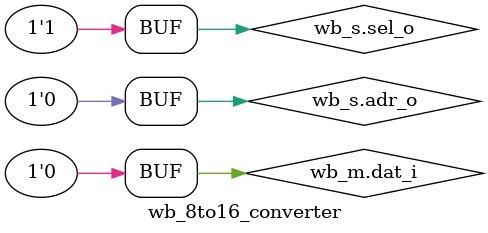
<source format=sv>
module wb_8to16_converter (
    wb_if.master8  wb_m,  // 8-bit master interface
    wb_if.slave16  wb_s   // 16-bit slave interface
);

    // ---- ADDRESS AND CONTROL SIGNALS ----
    assign wb_s.adr_o = {wb_m.adr_o[31:1], 1'b0}; // Half-word aligned
    assign wb_s.we_o  = wb_m.we_o;
    assign wb_s.cyc_o = wb_m.cyc_o;
    assign wb_s.stb_o = wb_m.stb_o && wb_m.sel_o;

    // ---- HALF-WORD SELECTION LOGIC ----
    // Always select both bytes for 8-bit accesses
    assign wb_s.sel_o = 2'b11;  // Always full half-word

    // ---- DATA WRITE PATH (8-bit → 16-bit) ----
    // Replicate 8-bit data to both bytes
    assign wb_s.dat_o = {wb_m.dat_o, wb_m.dat_o};  // Replicate byte

    // ---- DATA READ PATH (16-bit → 8-bit) ----
    // Select appropriate byte from 16-bit data
    always_comb begin
        wb_m.dat_i = 8'b0;
        case (wb_m.adr_o[0])
            1'b0: wb_m.dat_i = wb_s.dat_i[7:0];   // Lower byte
            1'b1: wb_m.dat_i = wb_s.dat_i[15:8];  // Upper byte
        endcase
    end

    // ---- RESPONSE SIGNALS ----
    assign wb_m.ack_i = wb_s.ack_i;
    assign wb_m.err_i = wb_s.err_i;
    assign wb_m.rty_i = wb_s.rty_i;

endmodule

</source>
